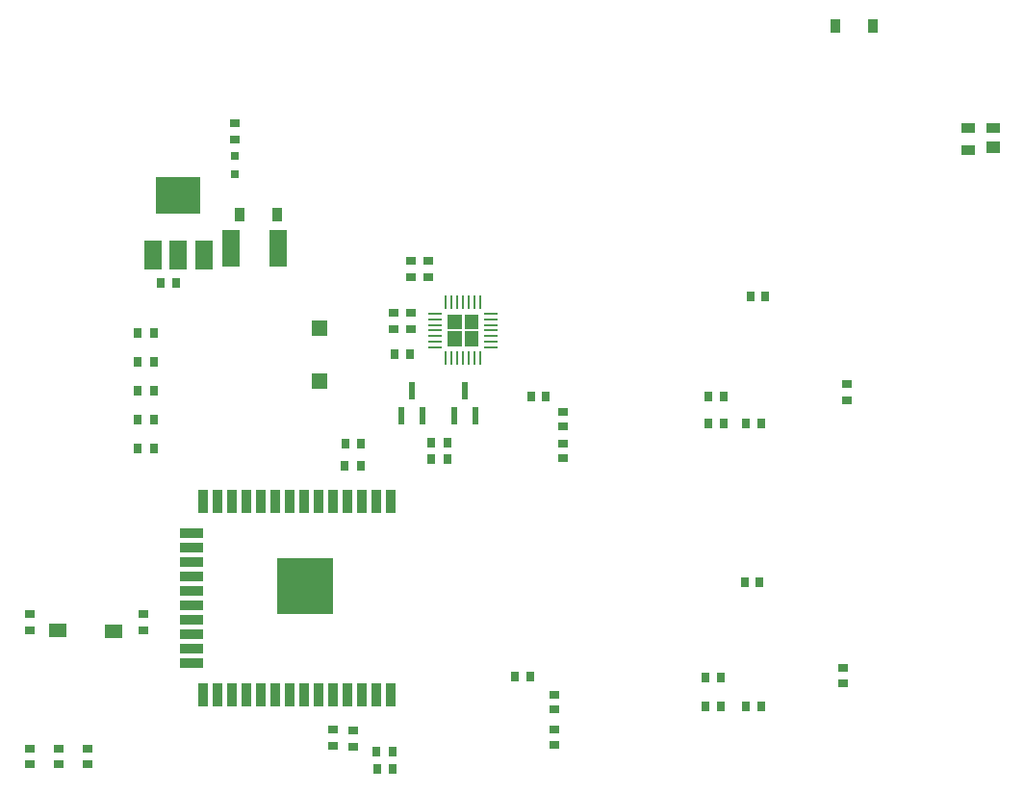
<source format=gtp>
G04*
G04 #@! TF.GenerationSoftware,Altium Limited,Altium Designer,21.0.9 (235)*
G04*
G04 Layer_Color=8421504*
%FSLAX44Y44*%
%MOMM*%
G71*
G04*
G04 #@! TF.SameCoordinates,BC5F0FA3-8C3F-41DD-A052-AF4356C4A8CD*
G04*
G04*
G04 #@! TF.FilePolarity,Positive*
G04*
G01*
G75*
%ADD20R,1.5000X3.2000*%
%ADD21R,4.0000X3.2500*%
%ADD22R,1.5000X2.5000*%
%ADD23R,0.9000X0.8000*%
%ADD24R,0.8000X0.9000*%
%ADD25R,0.8000X0.9000*%
%ADD26R,0.9000X0.8000*%
%ADD27R,1.3000X1.1000*%
%ADD28R,1.3000X0.9000*%
%ADD29R,0.9140X1.2190*%
%ADD30R,1.2000X0.2032*%
%ADD31R,0.2032X1.2000*%
%ADD32R,1.6002X1.1684*%
%ADD33R,0.6000X1.6000*%
%ADD34R,1.3500X1.3500*%
%ADD35R,5.0000X5.0000*%
%ADD36R,0.9000X2.0000*%
%ADD37R,2.0000X0.9000*%
%ADD38R,0.8000X0.8000*%
G36*
X1281955Y884895D02*
X1269566D01*
Y897645D01*
X1281955D01*
Y884895D01*
D02*
G37*
G36*
X1267094D02*
X1254705D01*
Y897645D01*
X1267094D01*
Y884895D01*
D02*
G37*
G36*
X1281955Y870395D02*
X1269566D01*
Y883145D01*
X1281955D01*
Y870395D01*
D02*
G37*
G36*
X1267455D02*
X1254705D01*
Y883145D01*
X1267455D01*
Y870395D01*
D02*
G37*
G36*
X1145611Y643099D02*
X1113921D01*
Y674767D01*
X1145611D01*
Y643099D01*
D02*
G37*
D20*
X1064000Y956000D02*
D03*
X1106000D02*
D03*
D21*
X1017750Y1002750D02*
D03*
D22*
X1040250Y950250D02*
D03*
X1017750D02*
D03*
X995250D02*
D03*
D23*
X1237760Y945080D02*
D03*
Y931080D02*
D03*
X1222520Y945080D02*
D03*
Y931080D02*
D03*
X1207530Y899540D02*
D03*
Y885540D02*
D03*
X1222770Y899540D02*
D03*
Y885540D02*
D03*
X1606400Y822960D02*
D03*
Y836960D02*
D03*
X1602590Y573390D02*
D03*
Y587390D02*
D03*
X1171780Y532160D02*
D03*
Y518160D02*
D03*
X1154000Y532810D02*
D03*
Y518810D02*
D03*
X1067250Y1066250D02*
D03*
Y1052250D02*
D03*
X987000Y634250D02*
D03*
Y620250D02*
D03*
X887250Y634500D02*
D03*
Y620500D02*
D03*
X938500Y502500D02*
D03*
Y516500D02*
D03*
X887000Y502500D02*
D03*
Y516500D02*
D03*
X913000Y502250D02*
D03*
Y516250D02*
D03*
D24*
X1164190Y765340D02*
D03*
X1178190D02*
D03*
X1016250Y925750D02*
D03*
X1002250D02*
D03*
X1530850Y802020D02*
D03*
X1516850D02*
D03*
X1530850Y553100D02*
D03*
X1516850D02*
D03*
X1178810Y784390D02*
D03*
X1164810D02*
D03*
X1240750Y770750D02*
D03*
X1254750D02*
D03*
X1192750Y498250D02*
D03*
X1206750D02*
D03*
X1192500Y513500D02*
D03*
X1206500D02*
D03*
X1254750Y785500D02*
D03*
X1240750D02*
D03*
X1222000Y863500D02*
D03*
X1208000D02*
D03*
X996500Y780000D02*
D03*
X982500D02*
D03*
X996500Y830750D02*
D03*
X982500D02*
D03*
X996500Y805500D02*
D03*
X982500D02*
D03*
X996500Y881750D02*
D03*
X982500D02*
D03*
X996500Y856250D02*
D03*
X982500D02*
D03*
D25*
X1521160Y913780D02*
D03*
X1534160D02*
D03*
X1341120Y826150D02*
D03*
X1328120D02*
D03*
X1497330Y802020D02*
D03*
X1484330D02*
D03*
X1516080Y662320D02*
D03*
X1529080D02*
D03*
X1327150Y579770D02*
D03*
X1314150D02*
D03*
X1494790Y553100D02*
D03*
X1481790D02*
D03*
X1484330Y826150D02*
D03*
X1497330D02*
D03*
X1481790Y578500D02*
D03*
X1494790D02*
D03*
D26*
X1356210Y812330D02*
D03*
Y799330D02*
D03*
Y784390D02*
D03*
Y771390D02*
D03*
X1348590Y563560D02*
D03*
Y550560D02*
D03*
Y532780D02*
D03*
Y519780D02*
D03*
D27*
X1734500Y1045000D02*
D03*
D28*
Y1062000D02*
D03*
X1712500D02*
D03*
Y1043000D02*
D03*
D29*
X1595847Y1151890D02*
D03*
X1628613D02*
D03*
X1104633Y986000D02*
D03*
X1071867D02*
D03*
D30*
X1292830Y899020D02*
D03*
Y894020D02*
D03*
Y889020D02*
D03*
Y884020D02*
D03*
Y879020D02*
D03*
Y874020D02*
D03*
Y869020D02*
D03*
X1243830D02*
D03*
Y874020D02*
D03*
Y879020D02*
D03*
Y884020D02*
D03*
Y889020D02*
D03*
Y894020D02*
D03*
Y899020D02*
D03*
D31*
X1283330Y859520D02*
D03*
X1278330D02*
D03*
X1273330D02*
D03*
X1268330D02*
D03*
X1263330D02*
D03*
X1258330D02*
D03*
X1253330D02*
D03*
Y908520D02*
D03*
X1258330D02*
D03*
X1263330D02*
D03*
X1268330D02*
D03*
X1273330D02*
D03*
X1278330D02*
D03*
X1283330D02*
D03*
D32*
X961250Y619500D02*
D03*
X912250Y620250D02*
D03*
D33*
X1260500Y809250D02*
D03*
X1279500D02*
D03*
X1270000Y831250D02*
D03*
X1214000Y809250D02*
D03*
X1233000D02*
D03*
X1223500Y831250D02*
D03*
D34*
X1142250Y886250D02*
D03*
Y839250D02*
D03*
D35*
X1129800Y658910D02*
D03*
D36*
X1204800Y733910D02*
D03*
X1192100D02*
D03*
X1179400D02*
D03*
X1166700D02*
D03*
X1154000D02*
D03*
X1141300D02*
D03*
X1128600D02*
D03*
X1115900D02*
D03*
X1103200D02*
D03*
X1090500D02*
D03*
X1077800D02*
D03*
X1065100D02*
D03*
X1052400D02*
D03*
X1039700D02*
D03*
Y563910D02*
D03*
X1052400D02*
D03*
X1065100D02*
D03*
X1077800D02*
D03*
X1090500D02*
D03*
X1103200D02*
D03*
X1115900D02*
D03*
X1128600D02*
D03*
X1141300D02*
D03*
X1154000D02*
D03*
X1166700D02*
D03*
X1179400D02*
D03*
X1192100D02*
D03*
X1204800D02*
D03*
D37*
X1029700Y706060D02*
D03*
Y693360D02*
D03*
Y680660D02*
D03*
Y667960D02*
D03*
Y655260D02*
D03*
Y642560D02*
D03*
Y629860D02*
D03*
Y617160D02*
D03*
Y604460D02*
D03*
Y591760D02*
D03*
D38*
X1067250Y1037630D02*
D03*
Y1021630D02*
D03*
M02*

</source>
